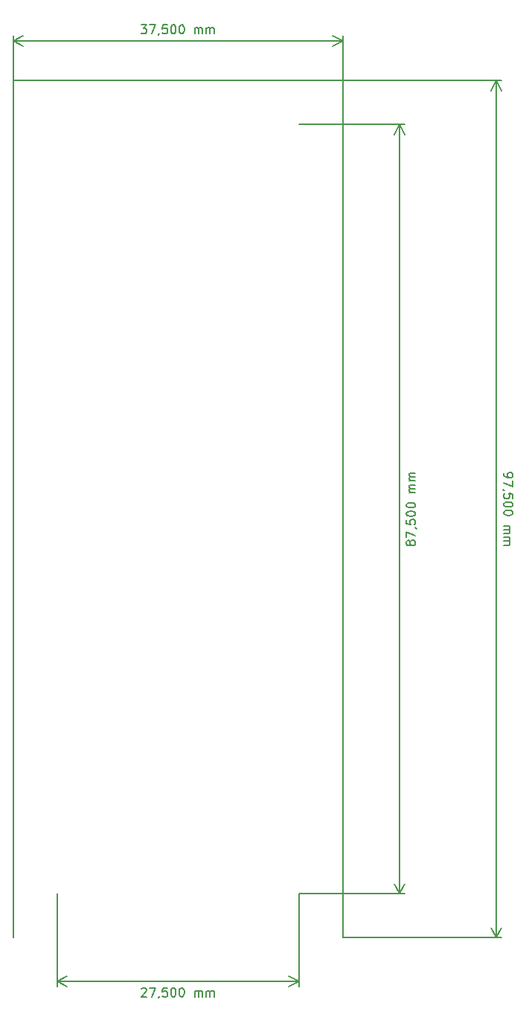
<source format=gbr>
%TF.GenerationSoftware,KiCad,Pcbnew,5.1.10*%
%TF.CreationDate,2021-06-29T05:22:31+02:00*%
%TF.ProjectId,double-gain,646f7562-6c65-42d6-9761-696e2e6b6963,rev?*%
%TF.SameCoordinates,Original*%
%TF.FileFunction,OtherDrawing,Comment*%
%FSLAX46Y46*%
G04 Gerber Fmt 4.6, Leading zero omitted, Abs format (unit mm)*
G04 Created by KiCad (PCBNEW 5.1.10) date 2021-06-29 05:22:31*
%MOMM*%
%LPD*%
G01*
G04 APERTURE LIST*
%ADD10C,0.150000*%
G04 APERTURE END LIST*
D10*
X52107142Y-135847619D02*
X52154761Y-135800000D01*
X52250000Y-135752380D01*
X52488095Y-135752380D01*
X52583333Y-135800000D01*
X52630952Y-135847619D01*
X52678571Y-135942857D01*
X52678571Y-136038095D01*
X52630952Y-136180952D01*
X52059523Y-136752380D01*
X52678571Y-136752380D01*
X53011904Y-135752380D02*
X53678571Y-135752380D01*
X53250000Y-136752380D01*
X54107142Y-136704761D02*
X54107142Y-136752380D01*
X54059523Y-136847619D01*
X54011904Y-136895238D01*
X55011904Y-135752380D02*
X54535714Y-135752380D01*
X54488095Y-136228571D01*
X54535714Y-136180952D01*
X54630952Y-136133333D01*
X54869047Y-136133333D01*
X54964285Y-136180952D01*
X55011904Y-136228571D01*
X55059523Y-136323809D01*
X55059523Y-136561904D01*
X55011904Y-136657142D01*
X54964285Y-136704761D01*
X54869047Y-136752380D01*
X54630952Y-136752380D01*
X54535714Y-136704761D01*
X54488095Y-136657142D01*
X55678571Y-135752380D02*
X55773809Y-135752380D01*
X55869047Y-135800000D01*
X55916666Y-135847619D01*
X55964285Y-135942857D01*
X56011904Y-136133333D01*
X56011904Y-136371428D01*
X55964285Y-136561904D01*
X55916666Y-136657142D01*
X55869047Y-136704761D01*
X55773809Y-136752380D01*
X55678571Y-136752380D01*
X55583333Y-136704761D01*
X55535714Y-136657142D01*
X55488095Y-136561904D01*
X55440476Y-136371428D01*
X55440476Y-136133333D01*
X55488095Y-135942857D01*
X55535714Y-135847619D01*
X55583333Y-135800000D01*
X55678571Y-135752380D01*
X56630952Y-135752380D02*
X56726190Y-135752380D01*
X56821428Y-135800000D01*
X56869047Y-135847619D01*
X56916666Y-135942857D01*
X56964285Y-136133333D01*
X56964285Y-136371428D01*
X56916666Y-136561904D01*
X56869047Y-136657142D01*
X56821428Y-136704761D01*
X56726190Y-136752380D01*
X56630952Y-136752380D01*
X56535714Y-136704761D01*
X56488095Y-136657142D01*
X56440476Y-136561904D01*
X56392857Y-136371428D01*
X56392857Y-136133333D01*
X56440476Y-135942857D01*
X56488095Y-135847619D01*
X56535714Y-135800000D01*
X56630952Y-135752380D01*
X58154761Y-136752380D02*
X58154761Y-136085714D01*
X58154761Y-136180952D02*
X58202380Y-136133333D01*
X58297619Y-136085714D01*
X58440476Y-136085714D01*
X58535714Y-136133333D01*
X58583333Y-136228571D01*
X58583333Y-136752380D01*
X58583333Y-136228571D02*
X58630952Y-136133333D01*
X58726190Y-136085714D01*
X58869047Y-136085714D01*
X58964285Y-136133333D01*
X59011904Y-136228571D01*
X59011904Y-136752380D01*
X59488095Y-136752380D02*
X59488095Y-136085714D01*
X59488095Y-136180952D02*
X59535714Y-136133333D01*
X59630952Y-136085714D01*
X59773809Y-136085714D01*
X59869047Y-136133333D01*
X59916666Y-136228571D01*
X59916666Y-136752380D01*
X59916666Y-136228571D02*
X59964285Y-136133333D01*
X60059523Y-136085714D01*
X60202380Y-136085714D01*
X60297619Y-136133333D01*
X60345238Y-136228571D01*
X60345238Y-136752380D01*
X70000000Y-135000000D02*
X42500000Y-135000000D01*
X70000000Y-125000000D02*
X70000000Y-135586421D01*
X42500000Y-125000000D02*
X42500000Y-135586421D01*
X42500000Y-135000000D02*
X43626504Y-134413579D01*
X42500000Y-135000000D02*
X43626504Y-135586421D01*
X70000000Y-135000000D02*
X68873496Y-134413579D01*
X70000000Y-135000000D02*
X68873496Y-135586421D01*
X82680952Y-85202380D02*
X82633333Y-85297619D01*
X82585714Y-85345238D01*
X82490476Y-85392857D01*
X82442857Y-85392857D01*
X82347619Y-85345238D01*
X82300000Y-85297619D01*
X82252380Y-85202380D01*
X82252380Y-85011904D01*
X82300000Y-84916666D01*
X82347619Y-84869047D01*
X82442857Y-84821428D01*
X82490476Y-84821428D01*
X82585714Y-84869047D01*
X82633333Y-84916666D01*
X82680952Y-85011904D01*
X82680952Y-85202380D01*
X82728571Y-85297619D01*
X82776190Y-85345238D01*
X82871428Y-85392857D01*
X83061904Y-85392857D01*
X83157142Y-85345238D01*
X83204761Y-85297619D01*
X83252380Y-85202380D01*
X83252380Y-85011904D01*
X83204761Y-84916666D01*
X83157142Y-84869047D01*
X83061904Y-84821428D01*
X82871428Y-84821428D01*
X82776190Y-84869047D01*
X82728571Y-84916666D01*
X82680952Y-85011904D01*
X82252380Y-84488095D02*
X82252380Y-83821428D01*
X83252380Y-84250000D01*
X83204761Y-83392857D02*
X83252380Y-83392857D01*
X83347619Y-83440476D01*
X83395238Y-83488095D01*
X82252380Y-82488095D02*
X82252380Y-82964285D01*
X82728571Y-83011904D01*
X82680952Y-82964285D01*
X82633333Y-82869047D01*
X82633333Y-82630952D01*
X82680952Y-82535714D01*
X82728571Y-82488095D01*
X82823809Y-82440476D01*
X83061904Y-82440476D01*
X83157142Y-82488095D01*
X83204761Y-82535714D01*
X83252380Y-82630952D01*
X83252380Y-82869047D01*
X83204761Y-82964285D01*
X83157142Y-83011904D01*
X82252380Y-81821428D02*
X82252380Y-81726190D01*
X82300000Y-81630952D01*
X82347619Y-81583333D01*
X82442857Y-81535714D01*
X82633333Y-81488095D01*
X82871428Y-81488095D01*
X83061904Y-81535714D01*
X83157142Y-81583333D01*
X83204761Y-81630952D01*
X83252380Y-81726190D01*
X83252380Y-81821428D01*
X83204761Y-81916666D01*
X83157142Y-81964285D01*
X83061904Y-82011904D01*
X82871428Y-82059523D01*
X82633333Y-82059523D01*
X82442857Y-82011904D01*
X82347619Y-81964285D01*
X82300000Y-81916666D01*
X82252380Y-81821428D01*
X82252380Y-80869047D02*
X82252380Y-80773809D01*
X82300000Y-80678571D01*
X82347619Y-80630952D01*
X82442857Y-80583333D01*
X82633333Y-80535714D01*
X82871428Y-80535714D01*
X83061904Y-80583333D01*
X83157142Y-80630952D01*
X83204761Y-80678571D01*
X83252380Y-80773809D01*
X83252380Y-80869047D01*
X83204761Y-80964285D01*
X83157142Y-81011904D01*
X83061904Y-81059523D01*
X82871428Y-81107142D01*
X82633333Y-81107142D01*
X82442857Y-81059523D01*
X82347619Y-81011904D01*
X82300000Y-80964285D01*
X82252380Y-80869047D01*
X83252380Y-79345238D02*
X82585714Y-79345238D01*
X82680952Y-79345238D02*
X82633333Y-79297619D01*
X82585714Y-79202380D01*
X82585714Y-79059523D01*
X82633333Y-78964285D01*
X82728571Y-78916666D01*
X83252380Y-78916666D01*
X82728571Y-78916666D02*
X82633333Y-78869047D01*
X82585714Y-78773809D01*
X82585714Y-78630952D01*
X82633333Y-78535714D01*
X82728571Y-78488095D01*
X83252380Y-78488095D01*
X83252380Y-78011904D02*
X82585714Y-78011904D01*
X82680952Y-78011904D02*
X82633333Y-77964285D01*
X82585714Y-77869047D01*
X82585714Y-77726190D01*
X82633333Y-77630952D01*
X82728571Y-77583333D01*
X83252380Y-77583333D01*
X82728571Y-77583333D02*
X82633333Y-77535714D01*
X82585714Y-77440476D01*
X82585714Y-77297619D01*
X82633333Y-77202380D01*
X82728571Y-77154761D01*
X83252380Y-77154761D01*
X81500000Y-125000000D02*
X81500000Y-37500000D01*
X70000000Y-125000000D02*
X82086421Y-125000000D01*
X70000000Y-37500000D02*
X82086421Y-37500000D01*
X81500000Y-37500000D02*
X82086421Y-38626504D01*
X81500000Y-37500000D02*
X80913579Y-38626504D01*
X81500000Y-125000000D02*
X82086421Y-123873496D01*
X81500000Y-125000000D02*
X80913579Y-123873496D01*
X93347619Y-77202380D02*
X93347619Y-77392857D01*
X93395238Y-77488095D01*
X93442857Y-77535714D01*
X93585714Y-77630952D01*
X93776190Y-77678571D01*
X94157142Y-77678571D01*
X94252380Y-77630952D01*
X94300000Y-77583333D01*
X94347619Y-77488095D01*
X94347619Y-77297619D01*
X94300000Y-77202380D01*
X94252380Y-77154761D01*
X94157142Y-77107142D01*
X93919047Y-77107142D01*
X93823809Y-77154761D01*
X93776190Y-77202380D01*
X93728571Y-77297619D01*
X93728571Y-77488095D01*
X93776190Y-77583333D01*
X93823809Y-77630952D01*
X93919047Y-77678571D01*
X94347619Y-78011904D02*
X94347619Y-78678571D01*
X93347619Y-78250000D01*
X93395238Y-79107142D02*
X93347619Y-79107142D01*
X93252380Y-79059523D01*
X93204761Y-79011904D01*
X94347619Y-80011904D02*
X94347619Y-79535714D01*
X93871428Y-79488095D01*
X93919047Y-79535714D01*
X93966666Y-79630952D01*
X93966666Y-79869047D01*
X93919047Y-79964285D01*
X93871428Y-80011904D01*
X93776190Y-80059523D01*
X93538095Y-80059523D01*
X93442857Y-80011904D01*
X93395238Y-79964285D01*
X93347619Y-79869047D01*
X93347619Y-79630952D01*
X93395238Y-79535714D01*
X93442857Y-79488095D01*
X94347619Y-80678571D02*
X94347619Y-80773809D01*
X94300000Y-80869047D01*
X94252380Y-80916666D01*
X94157142Y-80964285D01*
X93966666Y-81011904D01*
X93728571Y-81011904D01*
X93538095Y-80964285D01*
X93442857Y-80916666D01*
X93395238Y-80869047D01*
X93347619Y-80773809D01*
X93347619Y-80678571D01*
X93395238Y-80583333D01*
X93442857Y-80535714D01*
X93538095Y-80488095D01*
X93728571Y-80440476D01*
X93966666Y-80440476D01*
X94157142Y-80488095D01*
X94252380Y-80535714D01*
X94300000Y-80583333D01*
X94347619Y-80678571D01*
X94347619Y-81630952D02*
X94347619Y-81726190D01*
X94300000Y-81821428D01*
X94252380Y-81869047D01*
X94157142Y-81916666D01*
X93966666Y-81964285D01*
X93728571Y-81964285D01*
X93538095Y-81916666D01*
X93442857Y-81869047D01*
X93395238Y-81821428D01*
X93347619Y-81726190D01*
X93347619Y-81630952D01*
X93395238Y-81535714D01*
X93442857Y-81488095D01*
X93538095Y-81440476D01*
X93728571Y-81392857D01*
X93966666Y-81392857D01*
X94157142Y-81440476D01*
X94252380Y-81488095D01*
X94300000Y-81535714D01*
X94347619Y-81630952D01*
X93347619Y-83154761D02*
X94014285Y-83154761D01*
X93919047Y-83154761D02*
X93966666Y-83202380D01*
X94014285Y-83297619D01*
X94014285Y-83440476D01*
X93966666Y-83535714D01*
X93871428Y-83583333D01*
X93347619Y-83583333D01*
X93871428Y-83583333D02*
X93966666Y-83630952D01*
X94014285Y-83726190D01*
X94014285Y-83869047D01*
X93966666Y-83964285D01*
X93871428Y-84011904D01*
X93347619Y-84011904D01*
X93347619Y-84488095D02*
X94014285Y-84488095D01*
X93919047Y-84488095D02*
X93966666Y-84535714D01*
X94014285Y-84630952D01*
X94014285Y-84773809D01*
X93966666Y-84869047D01*
X93871428Y-84916666D01*
X93347619Y-84916666D01*
X93871428Y-84916666D02*
X93966666Y-84964285D01*
X94014285Y-85059523D01*
X94014285Y-85202380D01*
X93966666Y-85297619D01*
X93871428Y-85345238D01*
X93347619Y-85345238D01*
X92500000Y-32500000D02*
X92500000Y-130000000D01*
X75000000Y-32500000D02*
X93086421Y-32500000D01*
X75000000Y-130000000D02*
X93086421Y-130000000D01*
X92500000Y-130000000D02*
X91913579Y-128873496D01*
X92500000Y-130000000D02*
X93086421Y-128873496D01*
X92500000Y-32500000D02*
X91913579Y-33626504D01*
X92500000Y-32500000D02*
X93086421Y-33626504D01*
X52059523Y-26152380D02*
X52678571Y-26152380D01*
X52345238Y-26533333D01*
X52488095Y-26533333D01*
X52583333Y-26580952D01*
X52630952Y-26628571D01*
X52678571Y-26723809D01*
X52678571Y-26961904D01*
X52630952Y-27057142D01*
X52583333Y-27104761D01*
X52488095Y-27152380D01*
X52202380Y-27152380D01*
X52107142Y-27104761D01*
X52059523Y-27057142D01*
X53011904Y-26152380D02*
X53678571Y-26152380D01*
X53250000Y-27152380D01*
X54107142Y-27104761D02*
X54107142Y-27152380D01*
X54059523Y-27247619D01*
X54011904Y-27295238D01*
X55011904Y-26152380D02*
X54535714Y-26152380D01*
X54488095Y-26628571D01*
X54535714Y-26580952D01*
X54630952Y-26533333D01*
X54869047Y-26533333D01*
X54964285Y-26580952D01*
X55011904Y-26628571D01*
X55059523Y-26723809D01*
X55059523Y-26961904D01*
X55011904Y-27057142D01*
X54964285Y-27104761D01*
X54869047Y-27152380D01*
X54630952Y-27152380D01*
X54535714Y-27104761D01*
X54488095Y-27057142D01*
X55678571Y-26152380D02*
X55773809Y-26152380D01*
X55869047Y-26200000D01*
X55916666Y-26247619D01*
X55964285Y-26342857D01*
X56011904Y-26533333D01*
X56011904Y-26771428D01*
X55964285Y-26961904D01*
X55916666Y-27057142D01*
X55869047Y-27104761D01*
X55773809Y-27152380D01*
X55678571Y-27152380D01*
X55583333Y-27104761D01*
X55535714Y-27057142D01*
X55488095Y-26961904D01*
X55440476Y-26771428D01*
X55440476Y-26533333D01*
X55488095Y-26342857D01*
X55535714Y-26247619D01*
X55583333Y-26200000D01*
X55678571Y-26152380D01*
X56630952Y-26152380D02*
X56726190Y-26152380D01*
X56821428Y-26200000D01*
X56869047Y-26247619D01*
X56916666Y-26342857D01*
X56964285Y-26533333D01*
X56964285Y-26771428D01*
X56916666Y-26961904D01*
X56869047Y-27057142D01*
X56821428Y-27104761D01*
X56726190Y-27152380D01*
X56630952Y-27152380D01*
X56535714Y-27104761D01*
X56488095Y-27057142D01*
X56440476Y-26961904D01*
X56392857Y-26771428D01*
X56392857Y-26533333D01*
X56440476Y-26342857D01*
X56488095Y-26247619D01*
X56535714Y-26200000D01*
X56630952Y-26152380D01*
X58154761Y-27152380D02*
X58154761Y-26485714D01*
X58154761Y-26580952D02*
X58202380Y-26533333D01*
X58297619Y-26485714D01*
X58440476Y-26485714D01*
X58535714Y-26533333D01*
X58583333Y-26628571D01*
X58583333Y-27152380D01*
X58583333Y-26628571D02*
X58630952Y-26533333D01*
X58726190Y-26485714D01*
X58869047Y-26485714D01*
X58964285Y-26533333D01*
X59011904Y-26628571D01*
X59011904Y-27152380D01*
X59488095Y-27152380D02*
X59488095Y-26485714D01*
X59488095Y-26580952D02*
X59535714Y-26533333D01*
X59630952Y-26485714D01*
X59773809Y-26485714D01*
X59869047Y-26533333D01*
X59916666Y-26628571D01*
X59916666Y-27152380D01*
X59916666Y-26628571D02*
X59964285Y-26533333D01*
X60059523Y-26485714D01*
X60202380Y-26485714D01*
X60297619Y-26533333D01*
X60345238Y-26628571D01*
X60345238Y-27152380D01*
X37500000Y-28000000D02*
X75000000Y-28000000D01*
X37500000Y-32500000D02*
X37500000Y-27413579D01*
X75000000Y-32500000D02*
X75000000Y-27413579D01*
X75000000Y-28000000D02*
X73873496Y-28586421D01*
X75000000Y-28000000D02*
X73873496Y-27413579D01*
X37500000Y-28000000D02*
X38626504Y-28586421D01*
X37500000Y-28000000D02*
X38626504Y-27413579D01*
X37500000Y-32500000D02*
X37500000Y-130000000D01*
X75000000Y-32500000D02*
X75000000Y-130000000D01*
X37500000Y-32500000D02*
X75000000Y-32500000D01*
M02*

</source>
